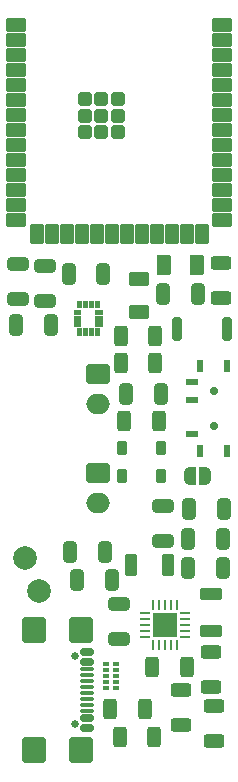
<source format=gbr>
%TF.GenerationSoftware,KiCad,Pcbnew,8.0.5*%
%TF.CreationDate,2024-09-18T17:55:33-04:00*%
%TF.ProjectId,cadence sensor,63616465-6e63-4652-9073-656e736f722e,rev?*%
%TF.SameCoordinates,Original*%
%TF.FileFunction,Soldermask,Top*%
%TF.FilePolarity,Negative*%
%FSLAX46Y46*%
G04 Gerber Fmt 4.6, Leading zero omitted, Abs format (unit mm)*
G04 Created by KiCad (PCBNEW 8.0.5) date 2024-09-18 17:55:33*
%MOMM*%
%LPD*%
G01*
G04 APERTURE LIST*
G04 Aperture macros list*
%AMRoundRect*
0 Rectangle with rounded corners*
0 $1 Rounding radius*
0 $2 $3 $4 $5 $6 $7 $8 $9 X,Y pos of 4 corners*
0 Add a 4 corners polygon primitive as box body*
4,1,4,$2,$3,$4,$5,$6,$7,$8,$9,$2,$3,0*
0 Add four circle primitives for the rounded corners*
1,1,$1+$1,$2,$3*
1,1,$1+$1,$4,$5*
1,1,$1+$1,$6,$7*
1,1,$1+$1,$8,$9*
0 Add four rect primitives between the rounded corners*
20,1,$1+$1,$2,$3,$4,$5,0*
20,1,$1+$1,$4,$5,$6,$7,0*
20,1,$1+$1,$6,$7,$8,$9,0*
20,1,$1+$1,$8,$9,$2,$3,0*%
%AMFreePoly0*
4,1,19,0.500000,-0.750000,0.000000,-0.750000,0.000000,-0.744911,-0.071157,-0.744911,-0.207708,-0.704816,-0.327430,-0.627875,-0.420627,-0.520320,-0.479746,-0.390866,-0.500000,-0.250000,-0.500000,0.250000,-0.479746,0.390866,-0.420627,0.520320,-0.327430,0.627875,-0.207708,0.704816,-0.071157,0.744911,0.000000,0.744911,0.000000,0.750000,0.500000,0.750000,0.500000,-0.750000,0.500000,-0.750000,
$1*%
%AMFreePoly1*
4,1,19,0.000000,0.744911,0.071157,0.744911,0.207708,0.704816,0.327430,0.627875,0.420627,0.520320,0.479746,0.390866,0.500000,0.250000,0.500000,-0.250000,0.479746,-0.390866,0.420627,-0.520320,0.327430,-0.627875,0.207708,-0.704816,0.071157,-0.744911,0.000000,-0.744911,0.000000,-0.750000,-0.500000,-0.750000,-0.500000,0.750000,0.000000,0.750000,0.000000,0.744911,0.000000,0.744911,
$1*%
G04 Aperture macros list end*
%ADD10C,0.010000*%
%ADD11RoundRect,0.250000X0.625000X-0.375000X0.625000X0.375000X-0.625000X0.375000X-0.625000X-0.375000X0*%
%ADD12RoundRect,0.250000X-0.375000X-0.625000X0.375000X-0.625000X0.375000X0.625000X-0.375000X0.625000X0*%
%ADD13RoundRect,0.250000X0.625000X-0.312500X0.625000X0.312500X-0.625000X0.312500X-0.625000X-0.312500X0*%
%ADD14RoundRect,0.250000X-0.700000X0.275000X-0.700000X-0.275000X0.700000X-0.275000X0.700000X0.275000X0*%
%ADD15RoundRect,0.200000X-0.200000X-0.800000X0.200000X-0.800000X0.200000X0.800000X-0.200000X0.800000X0*%
%ADD16RoundRect,0.250000X0.650000X-0.325000X0.650000X0.325000X-0.650000X0.325000X-0.650000X-0.325000X0*%
%ADD17RoundRect,0.250000X-0.325000X-0.650000X0.325000X-0.650000X0.325000X0.650000X-0.325000X0.650000X0*%
%ADD18RoundRect,0.250000X0.312500X0.625000X-0.312500X0.625000X-0.312500X-0.625000X0.312500X-0.625000X0*%
%ADD19R,0.600000X1.000000*%
%ADD20R,0.600000X1.100000*%
%ADD21C,0.700000*%
%ADD22R,1.000000X0.600000*%
%ADD23RoundRect,0.225000X0.225000X0.375000X-0.225000X0.375000X-0.225000X-0.375000X0.225000X-0.375000X0*%
%ADD24RoundRect,0.250000X-0.625000X0.312500X-0.625000X-0.312500X0.625000X-0.312500X0.625000X0.312500X0*%
%ADD25RoundRect,0.250000X-0.312500X-0.625000X0.312500X-0.625000X0.312500X0.625000X-0.312500X0.625000X0*%
%ADD26RoundRect,0.250000X0.325000X0.650000X-0.325000X0.650000X-0.325000X-0.650000X0.325000X-0.650000X0*%
%ADD27C,2.000000*%
%ADD28RoundRect,0.250000X-0.275000X-0.700000X0.275000X-0.700000X0.275000X0.700000X-0.275000X0.700000X0*%
%ADD29RoundRect,0.250000X-0.750000X0.600000X-0.750000X-0.600000X0.750000X-0.600000X0.750000X0.600000X0*%
%ADD30O,2.000000X1.700000*%
%ADD31FreePoly0,0.000000*%
%ADD32FreePoly1,0.000000*%
%ADD33C,0.650000*%
%ADD34RoundRect,0.150000X-0.425000X0.150000X-0.425000X-0.150000X0.425000X-0.150000X0.425000X0.150000X0*%
%ADD35RoundRect,0.075000X-0.500000X0.075000X-0.500000X-0.075000X0.500000X-0.075000X0.500000X0.075000X0*%
%ADD36RoundRect,0.250000X-0.750000X0.840000X-0.750000X-0.840000X0.750000X-0.840000X0.750000X0.840000X0*%
%ADD37RoundRect,0.102000X-0.750000X-0.450000X0.750000X-0.450000X0.750000X0.450000X-0.750000X0.450000X0*%
%ADD38RoundRect,0.102000X-0.450000X-0.750000X0.450000X-0.750000X0.450000X0.750000X-0.450000X0.750000X0*%
%ADD39RoundRect,0.102000X-0.450000X-0.450000X0.450000X-0.450000X0.450000X0.450000X-0.450000X0.450000X0*%
%ADD40RoundRect,0.062500X-0.375000X-0.062500X0.375000X-0.062500X0.375000X0.062500X-0.375000X0.062500X0*%
%ADD41RoundRect,0.062500X-0.062500X-0.375000X0.062500X-0.375000X0.062500X0.375000X-0.062500X0.375000X0*%
%ADD42R,2.000000X2.000000*%
%ADD43RoundRect,0.075000X0.200000X-0.075000X0.200000X0.075000X-0.200000X0.075000X-0.200000X-0.075000X0*%
G04 APERTURE END LIST*
D10*
%TO.C,MT1*%
X46725000Y-70937500D02*
X46150000Y-70937500D01*
X46150000Y-70587500D01*
X46725000Y-70587500D01*
X46725000Y-70937500D01*
G36*
X46725000Y-70937500D02*
G01*
X46150000Y-70937500D01*
X46150000Y-70587500D01*
X46725000Y-70587500D01*
X46725000Y-70937500D01*
G37*
X46725000Y-71437500D02*
X46150000Y-71437500D01*
X46150000Y-71087500D01*
X46725000Y-71087500D01*
X46725000Y-71437500D01*
G36*
X46725000Y-71437500D02*
G01*
X46150000Y-71437500D01*
X46150000Y-71087500D01*
X46725000Y-71087500D01*
X46725000Y-71437500D01*
G37*
X46725000Y-71937500D02*
X46150000Y-71937500D01*
X46150000Y-71587500D01*
X46725000Y-71587500D01*
X46725000Y-71937500D01*
G36*
X46725000Y-71937500D02*
G01*
X46150000Y-71937500D01*
X46150000Y-71587500D01*
X46725000Y-71587500D01*
X46725000Y-71937500D01*
G37*
X46775000Y-70387500D02*
X46425000Y-70387500D01*
X46425000Y-69812500D01*
X46775000Y-69812500D01*
X46775000Y-70387500D01*
G36*
X46775000Y-70387500D02*
G01*
X46425000Y-70387500D01*
X46425000Y-69812500D01*
X46775000Y-69812500D01*
X46775000Y-70387500D01*
G37*
X46775000Y-72712500D02*
X46425000Y-72712500D01*
X46425000Y-72137500D01*
X46775000Y-72137500D01*
X46775000Y-72712500D01*
G36*
X46775000Y-72712500D02*
G01*
X46425000Y-72712500D01*
X46425000Y-72137500D01*
X46775000Y-72137500D01*
X46775000Y-72712500D01*
G37*
X47275000Y-70387500D02*
X46925000Y-70387500D01*
X46925000Y-69812500D01*
X47275000Y-69812500D01*
X47275000Y-70387500D01*
G36*
X47275000Y-70387500D02*
G01*
X46925000Y-70387500D01*
X46925000Y-69812500D01*
X47275000Y-69812500D01*
X47275000Y-70387500D01*
G37*
X47275000Y-72712500D02*
X46925000Y-72712500D01*
X46925000Y-72137500D01*
X47275000Y-72137500D01*
X47275000Y-72712500D01*
G36*
X47275000Y-72712500D02*
G01*
X46925000Y-72712500D01*
X46925000Y-72137500D01*
X47275000Y-72137500D01*
X47275000Y-72712500D01*
G37*
X47775000Y-70387500D02*
X47425000Y-70387500D01*
X47425000Y-69812500D01*
X47775000Y-69812500D01*
X47775000Y-70387500D01*
G36*
X47775000Y-70387500D02*
G01*
X47425000Y-70387500D01*
X47425000Y-69812500D01*
X47775000Y-69812500D01*
X47775000Y-70387500D01*
G37*
X47775000Y-72712500D02*
X47425000Y-72712500D01*
X47425000Y-72137500D01*
X47775000Y-72137500D01*
X47775000Y-72712500D01*
G36*
X47775000Y-72712500D02*
G01*
X47425000Y-72712500D01*
X47425000Y-72137500D01*
X47775000Y-72137500D01*
X47775000Y-72712500D01*
G37*
X48275000Y-70387500D02*
X47925000Y-70387500D01*
X47925000Y-69812500D01*
X48275000Y-69812500D01*
X48275000Y-70387500D01*
G36*
X48275000Y-70387500D02*
G01*
X47925000Y-70387500D01*
X47925000Y-69812500D01*
X48275000Y-69812500D01*
X48275000Y-70387500D01*
G37*
X48275000Y-72712500D02*
X47925000Y-72712500D01*
X47925000Y-72137500D01*
X48275000Y-72137500D01*
X48275000Y-72712500D01*
G36*
X48275000Y-72712500D02*
G01*
X47925000Y-72712500D01*
X47925000Y-72137500D01*
X48275000Y-72137500D01*
X48275000Y-72712500D01*
G37*
X48550000Y-70937500D02*
X47975000Y-70937500D01*
X47975000Y-70587500D01*
X48550000Y-70587500D01*
X48550000Y-70937500D01*
G36*
X48550000Y-70937500D02*
G01*
X47975000Y-70937500D01*
X47975000Y-70587500D01*
X48550000Y-70587500D01*
X48550000Y-70937500D01*
G37*
X48550000Y-71437500D02*
X47975000Y-71437500D01*
X47975000Y-71087500D01*
X48550000Y-71087500D01*
X48550000Y-71437500D01*
G36*
X48550000Y-71437500D02*
G01*
X47975000Y-71437500D01*
X47975000Y-71087500D01*
X48550000Y-71087500D01*
X48550000Y-71437500D01*
G37*
X48550000Y-71937500D02*
X47975000Y-71937500D01*
X47975000Y-71587500D01*
X48550000Y-71587500D01*
X48550000Y-71937500D01*
G36*
X48550000Y-71937500D02*
G01*
X47975000Y-71937500D01*
X47975000Y-71587500D01*
X48550000Y-71587500D01*
X48550000Y-71937500D01*
G37*
%TD*%
D11*
%TO.C,D4*%
X51700000Y-70770000D03*
X51700000Y-67970000D03*
%TD*%
D12*
%TO.C,D3*%
X53800000Y-66770000D03*
X56600000Y-66770000D03*
%TD*%
D13*
%TO.C,ROUT1*%
X58050000Y-107100000D03*
X58050000Y-104175000D03*
%TD*%
D14*
%TO.C,L3*%
X57750000Y-94685000D03*
X57750000Y-97835000D03*
%TD*%
D15*
%TO.C,SW1*%
X54900000Y-72200000D03*
X59100000Y-72200000D03*
%TD*%
D16*
%TO.C,C5*%
X43700000Y-69865000D03*
X43700000Y-66915000D03*
%TD*%
D17*
%TO.C,C10*%
X45725000Y-67600000D03*
X48675000Y-67600000D03*
%TD*%
%TO.C,C1*%
X55900000Y-87500000D03*
X58850000Y-87500000D03*
%TD*%
D18*
%TO.C,ROV2*%
X55712500Y-100825000D03*
X52787500Y-100825000D03*
%TD*%
%TO.C,R6*%
X53362500Y-80000000D03*
X50437500Y-80000000D03*
%TD*%
D19*
%TO.C,SW2*%
X59143000Y-82550000D03*
D20*
X59143000Y-75350000D03*
D21*
X58000000Y-80400000D03*
X58000000Y-77500000D03*
D20*
X56857000Y-82550000D03*
D19*
X56857000Y-75350000D03*
D22*
X56150000Y-81150000D03*
X56150000Y-78250000D03*
X56150000Y-76750000D03*
%TD*%
D23*
%TO.C,D7*%
X53550000Y-82300000D03*
X50250000Y-82300000D03*
%TD*%
D24*
%TO.C,ROV1*%
X55250000Y-102825000D03*
X55250000Y-105750000D03*
%TD*%
D17*
%TO.C,C12*%
X45875000Y-91100000D03*
X48825000Y-91100000D03*
%TD*%
D16*
%TO.C,C3*%
X41400000Y-69655000D03*
X41400000Y-66705000D03*
%TD*%
D25*
%TO.C,R5*%
X50137500Y-75100000D03*
X53062500Y-75100000D03*
%TD*%
D18*
%TO.C,R7*%
X53062500Y-72800000D03*
X50137500Y-72800000D03*
%TD*%
D16*
%TO.C,C8*%
X53737500Y-90175000D03*
X53737500Y-87225000D03*
%TD*%
D26*
%TO.C,C4*%
X44200000Y-71905000D03*
X41250000Y-71905000D03*
%TD*%
%TO.C,C15*%
X58825000Y-92500000D03*
X55875000Y-92500000D03*
%TD*%
D27*
%TO.C,TP2*%
X43200000Y-94400000D03*
%TD*%
D13*
%TO.C,R8*%
X58600000Y-69595000D03*
X58600000Y-66670000D03*
%TD*%
D25*
%TO.C,R9*%
X50037500Y-106810000D03*
X52962500Y-106810000D03*
%TD*%
D26*
%TO.C,C9*%
X53575000Y-77700000D03*
X50625000Y-77700000D03*
%TD*%
D28*
%TO.C,L2*%
X51025000Y-92200000D03*
X54175000Y-92200000D03*
%TD*%
D23*
%TO.C,D5*%
X53550000Y-84650000D03*
X50250000Y-84650000D03*
%TD*%
D29*
%TO.C,J2*%
X48250000Y-76050000D03*
D30*
X48250000Y-78550000D03*
%TD*%
D24*
%TO.C,ROUT2*%
X57800000Y-99600000D03*
X57800000Y-102525000D03*
%TD*%
D31*
%TO.C,JP1*%
X56000000Y-84650000D03*
D32*
X57300000Y-84650000D03*
%TD*%
D33*
%TO.C,J1*%
X46250000Y-99910000D03*
X46250000Y-105690000D03*
D34*
X47325000Y-99600000D03*
X47325000Y-100400000D03*
D35*
X47325000Y-101550000D03*
X47325000Y-102550000D03*
X47325000Y-103050000D03*
X47325000Y-104050000D03*
D34*
X47325000Y-105200000D03*
X47325000Y-106000000D03*
X47325000Y-106000000D03*
X47325000Y-105200000D03*
D35*
X47325000Y-104550000D03*
X47325000Y-103550000D03*
X47325000Y-102050000D03*
X47325000Y-101050000D03*
D34*
X47325000Y-100400000D03*
X47325000Y-99600000D03*
D36*
X46750000Y-97690000D03*
X42820000Y-97690000D03*
X46750000Y-107910000D03*
X42820000Y-107910000D03*
%TD*%
D29*
%TO.C,J4*%
X48250000Y-84450000D03*
D30*
X48250000Y-86950000D03*
%TD*%
D37*
%TO.C,U1*%
X41250000Y-46450000D03*
X41250000Y-47720000D03*
X41250000Y-48990000D03*
X41250000Y-50260000D03*
X41250000Y-51530000D03*
X41250000Y-52800000D03*
X41250000Y-54070000D03*
X41250000Y-55340000D03*
X41250000Y-56610000D03*
X41250000Y-57880000D03*
X41250000Y-59150000D03*
X41250000Y-60420000D03*
X41250000Y-61690000D03*
X41250000Y-62960000D03*
D38*
X43015000Y-64210000D03*
X44285000Y-64210000D03*
X45555000Y-64210000D03*
X46825000Y-64210000D03*
X48095000Y-64210000D03*
X49365000Y-64210000D03*
X50635000Y-64210000D03*
X51905000Y-64210000D03*
X53175000Y-64210000D03*
X54445000Y-64210000D03*
X55715000Y-64210000D03*
X56985000Y-64210000D03*
D37*
X58750000Y-62960000D03*
X58750000Y-61690000D03*
X58750000Y-60420000D03*
X58750000Y-59150000D03*
X58750000Y-57880000D03*
X58750000Y-56610000D03*
X58750000Y-55340000D03*
X58750000Y-54070000D03*
X58750000Y-52800000D03*
X58750000Y-51530000D03*
X58750000Y-50260000D03*
X58750000Y-48990000D03*
X58750000Y-47720000D03*
X58750000Y-46450000D03*
D39*
X48500000Y-54170000D03*
X47100000Y-54170000D03*
X49900000Y-54170000D03*
X47100000Y-55570000D03*
X48500000Y-55570000D03*
X49900000Y-55570000D03*
X47100000Y-52770000D03*
X48500000Y-52770000D03*
X49900000Y-52770000D03*
%TD*%
D17*
%TO.C,C11*%
X46450000Y-93500000D03*
X49400000Y-93500000D03*
%TD*%
D26*
%TO.C,C2*%
X56650000Y-69300000D03*
X53700000Y-69300000D03*
%TD*%
%TO.C,C14*%
X58825000Y-90000000D03*
X55875000Y-90000000D03*
%TD*%
D16*
%TO.C,C13*%
X50000000Y-98485000D03*
X50000000Y-95535000D03*
%TD*%
D27*
%TO.C,TP1*%
X42000000Y-91600000D03*
%TD*%
D40*
%TO.C,U7*%
X52193750Y-96300000D03*
X52193750Y-96800000D03*
X52193750Y-97300000D03*
X52193750Y-97800000D03*
X52193750Y-98300000D03*
D41*
X52881250Y-98987500D03*
X53381250Y-98987500D03*
X53881250Y-98987500D03*
X54381250Y-98987500D03*
X54881250Y-98987500D03*
D40*
X55568750Y-98300000D03*
X55568750Y-97800000D03*
X55568750Y-97300000D03*
X55568750Y-96800000D03*
X55568750Y-96300000D03*
D41*
X54881250Y-95612500D03*
X54381250Y-95612500D03*
X53881250Y-95612500D03*
X53381250Y-95612500D03*
X52881250Y-95612500D03*
D42*
X53881250Y-97300000D03*
%TD*%
D43*
%TO.C,U2*%
X49700000Y-102600000D03*
X49700000Y-102100000D03*
X49700000Y-101600000D03*
X49700000Y-101100000D03*
X49700000Y-100600000D03*
X48930000Y-100600000D03*
X48930000Y-101100000D03*
X48930000Y-101600000D03*
X48930000Y-102100000D03*
X48930000Y-102600000D03*
%TD*%
D25*
%TO.C,R4*%
X49250000Y-104410000D03*
X52175000Y-104410000D03*
%TD*%
M02*

</source>
